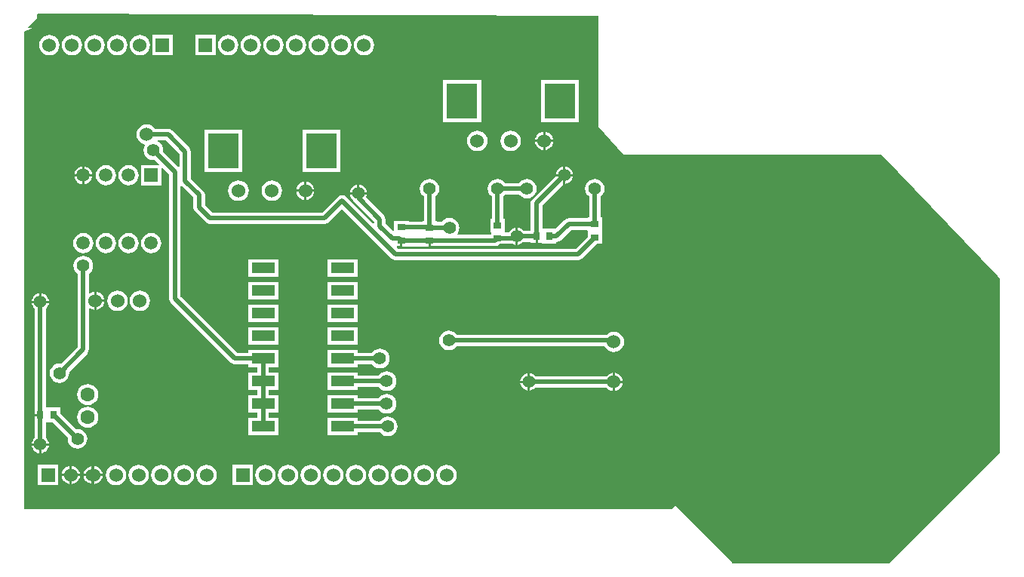
<source format=gtl>
G04 Layer_Physical_Order=1*
G04 Layer_Color=255*
%FSLAX25Y25*%
%MOIN*%
G70*
G01*
G75*
%ADD10R,0.10236X0.04724*%
%ADD11R,0.03543X0.02756*%
%ADD12R,0.03543X0.03150*%
%ADD13R,0.03150X0.03543*%
%ADD14R,0.02756X0.03543*%
%ADD15C,0.02000*%
%ADD16R,0.13780X0.15748*%
%ADD17C,0.06000*%
%ADD18R,0.05906X0.05906*%
%ADD19C,0.05906*%
%ADD20R,0.06000X0.06000*%
%ADD21C,0.05512*%
%ADD22C,0.06299*%
%ADD23C,0.06000*%
%ADD24C,0.05600*%
G36*
X472500Y394000D02*
X476500D01*
Y353000D01*
Y345000D01*
X487500Y332500D01*
X596000Y332500D01*
X601500D01*
X653000Y279000D01*
X654000Y278000D01*
Y202500D01*
Y201000D01*
X605000Y152000D01*
X535500D01*
Y152500D01*
X510500Y177500D01*
X509000Y176000D01*
X223000D01*
Y387000D01*
X226500Y388500D01*
X224653D01*
X224462Y388962D01*
X228500Y393000D01*
Y394646D01*
X228854Y394999D01*
X472500Y394000D01*
D02*
G37*
%LPC*%
G36*
X445280Y235893D02*
X444788Y235828D01*
X443863Y235445D01*
X443069Y234836D01*
X442460Y234042D01*
X442077Y233118D01*
X442013Y232626D01*
X445280D01*
Y235893D01*
D02*
G37*
G36*
Y231626D02*
X442013D01*
X442077Y231134D01*
X442460Y230210D01*
X443069Y229416D01*
X443863Y228807D01*
X444788Y228424D01*
X445280Y228359D01*
Y231626D01*
D02*
G37*
G36*
X487323D02*
X483854D01*
Y228157D01*
X484399Y228229D01*
X485372Y228632D01*
X486207Y229273D01*
X486848Y230109D01*
X487252Y231082D01*
X487323Y231626D01*
D02*
G37*
G36*
X383000Y236837D02*
X381877Y236689D01*
X380831Y236256D01*
X379933Y235567D01*
X379536Y235049D01*
X370138D01*
Y236362D01*
X356902D01*
Y228638D01*
X370138D01*
Y229951D01*
X379536D01*
X379933Y229433D01*
X380831Y228744D01*
X381877Y228311D01*
X383000Y228163D01*
X384122Y228311D01*
X385169Y228744D01*
X386067Y229433D01*
X386756Y230331D01*
X387189Y231378D01*
X387337Y232500D01*
X387189Y233623D01*
X386756Y234669D01*
X386067Y235567D01*
X385169Y236256D01*
X384122Y236689D01*
X383000Y236837D01*
D02*
G37*
G36*
X482854Y236095D02*
X482310Y236023D01*
X481337Y235620D01*
X480502Y234979D01*
X480268Y234675D01*
X448614D01*
X448490Y234836D01*
X447696Y235445D01*
X446772Y235828D01*
X446280Y235893D01*
Y232126D01*
Y228359D01*
X446772Y228424D01*
X447696Y228807D01*
X448490Y229416D01*
X448614Y229577D01*
X480268D01*
X480502Y229273D01*
X481337Y228632D01*
X482310Y228229D01*
X482854Y228157D01*
Y232126D01*
Y236095D01*
D02*
G37*
G36*
X483854D02*
Y232626D01*
X487323D01*
X487252Y233170D01*
X486848Y234143D01*
X486207Y234979D01*
X485372Y235620D01*
X484399Y236023D01*
X483854Y236095D01*
D02*
G37*
G36*
X251000Y221190D02*
X249786Y221030D01*
X248655Y220561D01*
X247684Y219816D01*
X246939Y218845D01*
X246470Y217714D01*
X246310Y216500D01*
X246470Y215286D01*
X246939Y214155D01*
X247684Y213184D01*
X248655Y212439D01*
X249786Y211970D01*
X251000Y211810D01*
X252214Y211970D01*
X253345Y212439D01*
X254316Y213184D01*
X255061Y214155D01*
X255530Y215286D01*
X255690Y216500D01*
X255530Y217714D01*
X255061Y218845D01*
X254316Y219816D01*
X253345Y220561D01*
X252214Y221030D01*
X251000Y221190D01*
D02*
G37*
G36*
X233814Y266953D02*
X226280D01*
X226345Y266461D01*
X226728Y265536D01*
X227337Y264743D01*
X227498Y264619D01*
Y218000D01*
X230047D01*
Y217000D01*
X227498D01*
Y207287D01*
X227337Y207163D01*
X226728Y206369D01*
X226345Y205445D01*
X226280Y204953D01*
X233814D01*
X233749Y205445D01*
X233366Y206369D01*
X232757Y207163D01*
X232596Y207287D01*
Y214177D01*
X233075Y214228D01*
X233096Y214228D01*
X235620D01*
X242201Y207647D01*
X242116Y207000D01*
X242264Y205877D01*
X242697Y204831D01*
X243386Y203933D01*
X244284Y203244D01*
X245330Y202811D01*
X246453Y202663D01*
X247575Y202811D01*
X248621Y203244D01*
X249520Y203933D01*
X250209Y204831D01*
X250642Y205877D01*
X250790Y207000D01*
X250642Y208122D01*
X250209Y209169D01*
X249520Y210067D01*
X248621Y210756D01*
X247575Y211189D01*
X246453Y211337D01*
X245806Y211252D01*
X238831Y218227D01*
Y220772D01*
X233096D01*
X233075Y220772D01*
X232596Y220823D01*
Y264619D01*
X232757Y264743D01*
X233366Y265536D01*
X233749Y266461D01*
X233814Y266953D01*
D02*
G37*
G36*
Y203953D02*
X230547D01*
Y200686D01*
X231039Y200751D01*
X231964Y201133D01*
X232757Y201743D01*
X233366Y202536D01*
X233749Y203461D01*
X233814Y203953D01*
D02*
G37*
G36*
X383000Y226837D02*
X381877Y226689D01*
X380831Y226256D01*
X379933Y225567D01*
X379536Y225049D01*
X370138D01*
Y226362D01*
X356902D01*
Y218638D01*
X370138D01*
Y219951D01*
X379536D01*
X379933Y219433D01*
X380831Y218744D01*
X381877Y218311D01*
X383000Y218163D01*
X384122Y218311D01*
X385169Y218744D01*
X386067Y219433D01*
X386756Y220331D01*
X387189Y221377D01*
X387337Y222500D01*
X387189Y223622D01*
X386756Y224669D01*
X386067Y225567D01*
X385169Y226256D01*
X384122Y226689D01*
X383000Y226837D01*
D02*
G37*
G36*
X251000Y231190D02*
X249786Y231030D01*
X248655Y230561D01*
X247684Y229816D01*
X246939Y228845D01*
X246470Y227714D01*
X246310Y226500D01*
X246470Y225286D01*
X246939Y224155D01*
X247684Y223184D01*
X248655Y222439D01*
X249786Y221970D01*
X251000Y221810D01*
X252214Y221970D01*
X253345Y222439D01*
X254316Y223184D01*
X255061Y224155D01*
X255530Y225286D01*
X255690Y226500D01*
X255530Y227714D01*
X255061Y228845D01*
X254316Y229816D01*
X253345Y230561D01*
X252214Y231030D01*
X251000Y231190D01*
D02*
G37*
G36*
X383500Y216837D02*
X382378Y216689D01*
X381331Y216256D01*
X380433Y215567D01*
X380036Y215049D01*
X370138D01*
Y216362D01*
X356902D01*
Y208638D01*
X370138D01*
Y209951D01*
X380036D01*
X380433Y209433D01*
X381331Y208744D01*
X382378Y208311D01*
X383500Y208163D01*
X384623Y208311D01*
X385669Y208744D01*
X386567Y209433D01*
X387256Y210331D01*
X387689Y211378D01*
X387837Y212500D01*
X387689Y213622D01*
X387256Y214669D01*
X386567Y215567D01*
X385669Y216256D01*
X384623Y216689D01*
X383500Y216837D01*
D02*
G37*
G36*
X380000Y246837D02*
X378877Y246689D01*
X377831Y246256D01*
X376933Y245567D01*
X376536Y245049D01*
X370138D01*
Y246362D01*
X356902D01*
Y238638D01*
X370138D01*
Y239951D01*
X376536D01*
X376933Y239433D01*
X377831Y238744D01*
X378877Y238311D01*
X380000Y238163D01*
X381122Y238311D01*
X382169Y238744D01*
X383067Y239433D01*
X383756Y240331D01*
X384189Y241377D01*
X384337Y242500D01*
X384189Y243622D01*
X383756Y244669D01*
X383067Y245567D01*
X382169Y246256D01*
X381122Y246689D01*
X380000Y246837D01*
D02*
G37*
G36*
X258284Y267500D02*
X254815D01*
Y264031D01*
X255359Y264103D01*
X256332Y264506D01*
X257168Y265147D01*
X257809Y265983D01*
X258212Y266956D01*
X258284Y267500D01*
D02*
G37*
G36*
X249000Y287837D02*
X247878Y287689D01*
X246831Y287256D01*
X245933Y286567D01*
X245244Y285669D01*
X244811Y284623D01*
X244663Y283500D01*
X244811Y282378D01*
X245244Y281331D01*
X245933Y280433D01*
X246451Y280036D01*
Y247556D01*
X239147Y240252D01*
X238500Y240337D01*
X237378Y240189D01*
X236331Y239756D01*
X235433Y239067D01*
X234744Y238169D01*
X234311Y237123D01*
X234163Y236000D01*
X234311Y234877D01*
X234744Y233831D01*
X235433Y232933D01*
X236331Y232244D01*
X237378Y231811D01*
X238500Y231663D01*
X239622Y231811D01*
X240669Y232244D01*
X241567Y232933D01*
X242256Y233831D01*
X242689Y234877D01*
X242837Y236000D01*
X242752Y236647D01*
X250802Y244698D01*
X251355Y245525D01*
X251549Y246500D01*
Y264515D01*
X251997Y264736D01*
X252298Y264506D01*
X253271Y264103D01*
X253815Y264031D01*
Y268000D01*
Y271969D01*
X253271Y271897D01*
X252298Y271494D01*
X251997Y271264D01*
X251549Y271485D01*
Y280036D01*
X252067Y280433D01*
X252756Y281331D01*
X253189Y282378D01*
X253337Y283500D01*
X253189Y284623D01*
X252756Y285669D01*
X252067Y286567D01*
X251169Y287256D01*
X250122Y287689D01*
X249000Y287837D01*
D02*
G37*
G36*
X274000Y272539D02*
X272825Y272384D01*
X271731Y271931D01*
X270791Y271209D01*
X270069Y270269D01*
X269616Y269175D01*
X269461Y268000D01*
X269616Y266825D01*
X270069Y265731D01*
X270791Y264791D01*
X271731Y264069D01*
X272825Y263616D01*
X274000Y263461D01*
X275175Y263616D01*
X276269Y264069D01*
X277209Y264791D01*
X277931Y265731D01*
X278384Y266825D01*
X278539Y268000D01*
X278384Y269175D01*
X277931Y270269D01*
X277209Y271209D01*
X276269Y271931D01*
X275175Y272384D01*
X274000Y272539D01*
D02*
G37*
G36*
X254815Y271969D02*
Y268500D01*
X258284D01*
X258212Y269044D01*
X257809Y270017D01*
X257168Y270853D01*
X256332Y271494D01*
X255359Y271897D01*
X254815Y271969D01*
D02*
G37*
G36*
X230547Y271220D02*
Y267953D01*
X233814D01*
X233749Y268445D01*
X233366Y269369D01*
X232757Y270163D01*
X231964Y270772D01*
X231039Y271155D01*
X230547Y271220D01*
D02*
G37*
G36*
X229547D02*
X229055Y271155D01*
X228131Y270772D01*
X227337Y270163D01*
X226728Y269369D01*
X226345Y268445D01*
X226280Y267953D01*
X229547D01*
Y271220D01*
D02*
G37*
G36*
X370138Y256362D02*
X356902D01*
Y248638D01*
X370138D01*
Y256362D01*
D02*
G37*
G36*
X335099D02*
X321862D01*
Y248638D01*
X335099D01*
Y256362D01*
D02*
G37*
G36*
X410500Y254837D02*
X409377Y254689D01*
X408331Y254256D01*
X407433Y253567D01*
X406744Y252669D01*
X406311Y251623D01*
X406163Y250500D01*
X406311Y249377D01*
X406744Y248331D01*
X407433Y247433D01*
X408331Y246744D01*
X409377Y246311D01*
X410500Y246163D01*
X411622Y246311D01*
X412669Y246744D01*
X413567Y247433D01*
X413964Y247951D01*
X479267D01*
X479424Y247573D01*
X480145Y246633D01*
X481085Y245912D01*
X482180Y245458D01*
X483354Y245304D01*
X484529Y245458D01*
X485624Y245912D01*
X486564Y246633D01*
X487285Y247573D01*
X487739Y248668D01*
X487893Y249843D01*
X487739Y251017D01*
X487285Y252112D01*
X486564Y253052D01*
X485624Y253773D01*
X484529Y254227D01*
X483354Y254381D01*
X482180Y254227D01*
X481085Y253773D01*
X480145Y253052D01*
X480143Y253049D01*
X413964D01*
X413567Y253567D01*
X412669Y254256D01*
X411622Y254689D01*
X410500Y254837D01*
D02*
G37*
G36*
X264157Y272539D02*
X262983Y272384D01*
X261888Y271931D01*
X260948Y271209D01*
X260227Y270269D01*
X259773Y269175D01*
X259619Y268000D01*
X259773Y266825D01*
X260227Y265731D01*
X260948Y264791D01*
X261888Y264069D01*
X262983Y263616D01*
X264157Y263461D01*
X265332Y263616D01*
X266427Y264069D01*
X267367Y264791D01*
X268088Y265731D01*
X268542Y266825D01*
X268696Y268000D01*
X268542Y269175D01*
X268088Y270269D01*
X267367Y271209D01*
X266427Y271931D01*
X265332Y272384D01*
X264157Y272539D01*
D02*
G37*
G36*
X370138Y266362D02*
X356902D01*
Y258638D01*
X370138D01*
Y266362D01*
D02*
G37*
G36*
X335099D02*
X321862D01*
Y258638D01*
X335099D01*
Y266362D01*
D02*
G37*
G36*
X359500Y195539D02*
X358325Y195384D01*
X357231Y194931D01*
X356291Y194209D01*
X355569Y193269D01*
X355116Y192175D01*
X354961Y191000D01*
X355116Y189825D01*
X355569Y188731D01*
X356291Y187791D01*
X357231Y187069D01*
X358325Y186616D01*
X359500Y186461D01*
X360675Y186616D01*
X361769Y187069D01*
X362709Y187791D01*
X363431Y188731D01*
X363884Y189825D01*
X364039Y191000D01*
X363884Y192175D01*
X363431Y193269D01*
X362709Y194209D01*
X361769Y194931D01*
X360675Y195384D01*
X359500Y195539D01*
D02*
G37*
G36*
X349500D02*
X348325Y195384D01*
X347231Y194931D01*
X346291Y194209D01*
X345569Y193269D01*
X345116Y192175D01*
X344961Y191000D01*
X345116Y189825D01*
X345569Y188731D01*
X346291Y187791D01*
X347231Y187069D01*
X348325Y186616D01*
X349500Y186461D01*
X350675Y186616D01*
X351769Y187069D01*
X352709Y187791D01*
X353431Y188731D01*
X353884Y189825D01*
X354039Y191000D01*
X353884Y192175D01*
X353431Y193269D01*
X352709Y194209D01*
X351769Y194931D01*
X350675Y195384D01*
X349500Y195539D01*
D02*
G37*
G36*
X339500D02*
X338325Y195384D01*
X337231Y194931D01*
X336291Y194209D01*
X335569Y193269D01*
X335116Y192175D01*
X334961Y191000D01*
X335116Y189825D01*
X335569Y188731D01*
X336291Y187791D01*
X337231Y187069D01*
X338325Y186616D01*
X339500Y186461D01*
X340675Y186616D01*
X341769Y187069D01*
X342709Y187791D01*
X343431Y188731D01*
X343884Y189825D01*
X344039Y191000D01*
X343884Y192175D01*
X343431Y193269D01*
X342709Y194209D01*
X341769Y194931D01*
X340675Y195384D01*
X339500Y195539D01*
D02*
G37*
G36*
X389500D02*
X388325Y195384D01*
X387231Y194931D01*
X386291Y194209D01*
X385569Y193269D01*
X385116Y192175D01*
X384961Y191000D01*
X385116Y189825D01*
X385569Y188731D01*
X386291Y187791D01*
X387231Y187069D01*
X388325Y186616D01*
X389500Y186461D01*
X390675Y186616D01*
X391769Y187069D01*
X392709Y187791D01*
X393431Y188731D01*
X393884Y189825D01*
X394039Y191000D01*
X393884Y192175D01*
X393431Y193269D01*
X392709Y194209D01*
X391769Y194931D01*
X390675Y195384D01*
X389500Y195539D01*
D02*
G37*
G36*
X379500D02*
X378325Y195384D01*
X377231Y194931D01*
X376291Y194209D01*
X375569Y193269D01*
X375116Y192175D01*
X374961Y191000D01*
X375116Y189825D01*
X375569Y188731D01*
X376291Y187791D01*
X377231Y187069D01*
X378325Y186616D01*
X379500Y186461D01*
X380675Y186616D01*
X381769Y187069D01*
X382709Y187791D01*
X383431Y188731D01*
X383884Y189825D01*
X384039Y191000D01*
X383884Y192175D01*
X383431Y193269D01*
X382709Y194209D01*
X381769Y194931D01*
X380675Y195384D01*
X379500Y195539D01*
D02*
G37*
G36*
X369500D02*
X368325Y195384D01*
X367231Y194931D01*
X366291Y194209D01*
X365569Y193269D01*
X365116Y192175D01*
X364961Y191000D01*
X365116Y189825D01*
X365569Y188731D01*
X366291Y187791D01*
X367231Y187069D01*
X368325Y186616D01*
X369500Y186461D01*
X370675Y186616D01*
X371769Y187069D01*
X372709Y187791D01*
X373431Y188731D01*
X373884Y189825D01*
X374039Y191000D01*
X373884Y192175D01*
X373431Y193269D01*
X372709Y194209D01*
X371769Y194931D01*
X370675Y195384D01*
X369500Y195539D01*
D02*
G37*
G36*
X283500D02*
X282325Y195384D01*
X281231Y194931D01*
X280291Y194209D01*
X279569Y193269D01*
X279116Y192175D01*
X278961Y191000D01*
X279116Y189825D01*
X279569Y188731D01*
X280291Y187791D01*
X281231Y187069D01*
X282325Y186616D01*
X283500Y186461D01*
X284675Y186616D01*
X285769Y187069D01*
X286709Y187791D01*
X287431Y188731D01*
X287884Y189825D01*
X288039Y191000D01*
X287884Y192175D01*
X287431Y193269D01*
X286709Y194209D01*
X285769Y194931D01*
X284675Y195384D01*
X283500Y195539D01*
D02*
G37*
G36*
X273500D02*
X272325Y195384D01*
X271231Y194931D01*
X270291Y194209D01*
X269569Y193269D01*
X269116Y192175D01*
X268961Y191000D01*
X269116Y189825D01*
X269569Y188731D01*
X270291Y187791D01*
X271231Y187069D01*
X272325Y186616D01*
X273500Y186461D01*
X274675Y186616D01*
X275769Y187069D01*
X276709Y187791D01*
X277431Y188731D01*
X277884Y189825D01*
X278039Y191000D01*
X277884Y192175D01*
X277431Y193269D01*
X276709Y194209D01*
X275769Y194931D01*
X274675Y195384D01*
X273500Y195539D01*
D02*
G37*
G36*
X263500D02*
X262325Y195384D01*
X261231Y194931D01*
X260291Y194209D01*
X259569Y193269D01*
X259116Y192175D01*
X258961Y191000D01*
X259116Y189825D01*
X259569Y188731D01*
X260291Y187791D01*
X261231Y187069D01*
X262325Y186616D01*
X263500Y186461D01*
X264675Y186616D01*
X265769Y187069D01*
X266709Y187791D01*
X267431Y188731D01*
X267884Y189825D01*
X268039Y191000D01*
X267884Y192175D01*
X267431Y193269D01*
X266709Y194209D01*
X265769Y194931D01*
X264675Y195384D01*
X263500Y195539D01*
D02*
G37*
G36*
X329500D02*
X328325Y195384D01*
X327231Y194931D01*
X326291Y194209D01*
X325569Y193269D01*
X325116Y192175D01*
X324961Y191000D01*
X325116Y189825D01*
X325569Y188731D01*
X326291Y187791D01*
X327231Y187069D01*
X328325Y186616D01*
X329500Y186461D01*
X330675Y186616D01*
X331769Y187069D01*
X332709Y187791D01*
X333431Y188731D01*
X333884Y189825D01*
X334039Y191000D01*
X333884Y192175D01*
X333431Y193269D01*
X332709Y194209D01*
X331769Y194931D01*
X330675Y195384D01*
X329500Y195539D01*
D02*
G37*
G36*
X303500D02*
X302325Y195384D01*
X301231Y194931D01*
X300291Y194209D01*
X299569Y193269D01*
X299116Y192175D01*
X298961Y191000D01*
X299116Y189825D01*
X299569Y188731D01*
X300291Y187791D01*
X301231Y187069D01*
X302325Y186616D01*
X303500Y186461D01*
X304675Y186616D01*
X305769Y187069D01*
X306709Y187791D01*
X307431Y188731D01*
X307884Y189825D01*
X308039Y191000D01*
X307884Y192175D01*
X307431Y193269D01*
X306709Y194209D01*
X305769Y194931D01*
X304675Y195384D01*
X303500Y195539D01*
D02*
G37*
G36*
X293500D02*
X292325Y195384D01*
X291231Y194931D01*
X290291Y194209D01*
X289569Y193269D01*
X289116Y192175D01*
X288961Y191000D01*
X289116Y189825D01*
X289569Y188731D01*
X290291Y187791D01*
X291231Y187069D01*
X292325Y186616D01*
X293500Y186461D01*
X294675Y186616D01*
X295769Y187069D01*
X296709Y187791D01*
X297431Y188731D01*
X297884Y189825D01*
X298039Y191000D01*
X297884Y192175D01*
X297431Y193269D01*
X296709Y194209D01*
X295769Y194931D01*
X294675Y195384D01*
X293500Y195539D01*
D02*
G37*
G36*
X399500D02*
X398325Y195384D01*
X397231Y194931D01*
X396291Y194209D01*
X395569Y193269D01*
X395116Y192175D01*
X394961Y191000D01*
X395116Y189825D01*
X395569Y188731D01*
X396291Y187791D01*
X397231Y187069D01*
X398325Y186616D01*
X399500Y186461D01*
X400675Y186616D01*
X401769Y187069D01*
X402709Y187791D01*
X403431Y188731D01*
X403884Y189825D01*
X404039Y191000D01*
X403884Y192175D01*
X403431Y193269D01*
X402709Y194209D01*
X401769Y194931D01*
X400675Y195384D01*
X399500Y195539D01*
D02*
G37*
G36*
X244000Y194969D02*
Y191500D01*
X247469D01*
X247397Y192044D01*
X246994Y193017D01*
X246353Y193853D01*
X245517Y194494D01*
X244544Y194897D01*
X244000Y194969D01*
D02*
G37*
G36*
X243000D02*
X242456Y194897D01*
X241483Y194494D01*
X240647Y193853D01*
X240006Y193017D01*
X239603Y192044D01*
X239531Y191500D01*
X243000D01*
Y194969D01*
D02*
G37*
G36*
X252500Y190500D02*
X249233D01*
X249298Y190008D01*
X249681Y189084D01*
X250290Y188290D01*
X251084Y187681D01*
X251456Y187526D01*
X251483Y187506D01*
X252456Y187103D01*
X252500Y187097D01*
Y190500D01*
D02*
G37*
G36*
X229547Y203953D02*
X226280D01*
X226345Y203461D01*
X226728Y202536D01*
X227337Y201743D01*
X228131Y201133D01*
X229055Y200751D01*
X229547Y200686D01*
Y203953D01*
D02*
G37*
G36*
X254000Y194969D02*
Y191500D01*
X257469D01*
X257397Y192044D01*
X256994Y193017D01*
X256353Y193853D01*
X255517Y194494D01*
X254544Y194897D01*
X254000Y194969D01*
D02*
G37*
G36*
X252500Y194903D02*
X252456Y194897D01*
X251483Y194494D01*
X251456Y194474D01*
X251084Y194319D01*
X250290Y193710D01*
X249681Y192916D01*
X249298Y191992D01*
X249233Y191500D01*
X252500D01*
Y194903D01*
D02*
G37*
G36*
X324000Y195500D02*
X315000D01*
Y186500D01*
X324000D01*
Y195500D01*
D02*
G37*
G36*
X238000D02*
X229000D01*
Y186500D01*
X238000D01*
Y195500D01*
D02*
G37*
G36*
X409500Y195539D02*
X408325Y195384D01*
X407231Y194931D01*
X406291Y194209D01*
X405569Y193269D01*
X405116Y192175D01*
X404961Y191000D01*
X405116Y189825D01*
X405569Y188731D01*
X406291Y187791D01*
X407231Y187069D01*
X408325Y186616D01*
X409500Y186461D01*
X410675Y186616D01*
X411769Y187069D01*
X412709Y187791D01*
X413431Y188731D01*
X413884Y189825D01*
X414039Y191000D01*
X413884Y192175D01*
X413431Y193269D01*
X412709Y194209D01*
X411769Y194931D01*
X410675Y195384D01*
X409500Y195539D01*
D02*
G37*
G36*
X257469Y190500D02*
X254000D01*
Y187031D01*
X254544Y187103D01*
X255517Y187506D01*
X256353Y188147D01*
X256994Y188983D01*
X257397Y189956D01*
X257469Y190500D01*
D02*
G37*
G36*
X247469D02*
X244000D01*
Y187031D01*
X244544Y187103D01*
X245517Y187506D01*
X246353Y188147D01*
X246994Y188983D01*
X247397Y189956D01*
X247469Y190500D01*
D02*
G37*
G36*
X243000D02*
X239531D01*
X239603Y189956D01*
X240006Y188983D01*
X240647Y188147D01*
X241483Y187506D01*
X242456Y187103D01*
X243000Y187031D01*
Y190500D01*
D02*
G37*
G36*
X453067Y342611D02*
Y339142D01*
X456536D01*
X456464Y339686D01*
X456061Y340659D01*
X455420Y341495D01*
X454584Y342136D01*
X453611Y342539D01*
X453067Y342611D01*
D02*
G37*
G36*
X452067D02*
X451523Y342539D01*
X450550Y342136D01*
X449714Y341495D01*
X449073Y340659D01*
X448670Y339686D01*
X448598Y339142D01*
X452067D01*
Y342611D01*
D02*
G37*
G36*
X456536Y338142D02*
X453067D01*
Y334673D01*
X453611Y334745D01*
X454584Y335148D01*
X455420Y335789D01*
X456061Y336625D01*
X456464Y337598D01*
X456536Y338142D01*
D02*
G37*
G36*
X234000Y385539D02*
X232825Y385384D01*
X231731Y384931D01*
X230791Y384209D01*
X230069Y383269D01*
X229616Y382175D01*
X229461Y381000D01*
X229616Y379825D01*
X230069Y378731D01*
X230791Y377791D01*
X231731Y377069D01*
X232825Y376616D01*
X234000Y376461D01*
X235175Y376616D01*
X236269Y377069D01*
X237209Y377791D01*
X237931Y378731D01*
X238384Y379825D01*
X238539Y381000D01*
X238384Y382175D01*
X237931Y383269D01*
X237209Y384209D01*
X236269Y384931D01*
X235175Y385384D01*
X234000Y385539D01*
D02*
G37*
G36*
X468043Y365732D02*
X451264D01*
Y346984D01*
X468043D01*
Y365732D01*
D02*
G37*
G36*
X424736D02*
X407957D01*
Y346984D01*
X424736D01*
Y365732D01*
D02*
G37*
G36*
X362543Y343732D02*
X345764D01*
Y324984D01*
X362543D01*
Y343732D01*
D02*
G37*
G36*
X319236D02*
X302457D01*
Y324984D01*
X319236D01*
Y343732D01*
D02*
G37*
G36*
X462000Y327267D02*
Y324000D01*
X465267D01*
X465202Y324492D01*
X464819Y325416D01*
X464210Y326210D01*
X463416Y326819D01*
X462492Y327202D01*
X462000Y327267D01*
D02*
G37*
G36*
X452067Y338142D02*
X448598D01*
X448670Y337598D01*
X449073Y336625D01*
X449714Y335789D01*
X450550Y335148D01*
X451523Y334745D01*
X452067Y334673D01*
Y338142D01*
D02*
G37*
G36*
X437803Y343181D02*
X436628Y343026D01*
X435534Y342572D01*
X434594Y341851D01*
X433873Y340911D01*
X433419Y339816D01*
X433264Y338642D01*
X433419Y337467D01*
X433873Y336372D01*
X434594Y335432D01*
X435534Y334711D01*
X436628Y334258D01*
X437803Y334103D01*
X438978Y334258D01*
X440073Y334711D01*
X441013Y335432D01*
X441734Y336372D01*
X442187Y337467D01*
X442342Y338642D01*
X442187Y339816D01*
X441734Y340911D01*
X441013Y341851D01*
X440073Y342572D01*
X438978Y343026D01*
X437803Y343181D01*
D02*
G37*
G36*
X423039D02*
X421865Y343026D01*
X420770Y342572D01*
X419830Y341851D01*
X419109Y340911D01*
X418655Y339816D01*
X418501Y338642D01*
X418655Y337467D01*
X419109Y336372D01*
X419830Y335432D01*
X420770Y334711D01*
X421865Y334258D01*
X423039Y334103D01*
X424214Y334258D01*
X425309Y334711D01*
X426249Y335432D01*
X426970Y336372D01*
X427424Y337467D01*
X427578Y338642D01*
X427424Y339816D01*
X426970Y340911D01*
X426249Y341851D01*
X425309Y342572D01*
X424214Y343026D01*
X423039Y343181D01*
D02*
G37*
G36*
X244000Y385539D02*
X242825Y385384D01*
X241731Y384931D01*
X240791Y384209D01*
X240069Y383269D01*
X239616Y382175D01*
X239461Y381000D01*
X239616Y379825D01*
X240069Y378731D01*
X240791Y377791D01*
X241731Y377069D01*
X242825Y376616D01*
X244000Y376461D01*
X245175Y376616D01*
X246269Y377069D01*
X247209Y377791D01*
X247931Y378731D01*
X248384Y379825D01*
X248539Y381000D01*
X248384Y382175D01*
X247931Y383269D01*
X247209Y384209D01*
X246269Y384931D01*
X245175Y385384D01*
X244000Y385539D01*
D02*
G37*
G36*
X363000D02*
X361825Y385384D01*
X360731Y384931D01*
X359791Y384209D01*
X359069Y383269D01*
X358616Y382175D01*
X358461Y381000D01*
X358616Y379825D01*
X359069Y378731D01*
X359791Y377791D01*
X360731Y377069D01*
X361825Y376616D01*
X363000Y376461D01*
X364175Y376616D01*
X365269Y377069D01*
X366209Y377791D01*
X366931Y378731D01*
X367384Y379825D01*
X367539Y381000D01*
X367384Y382175D01*
X366931Y383269D01*
X366209Y384209D01*
X365269Y384931D01*
X364175Y385384D01*
X363000Y385539D01*
D02*
G37*
G36*
X353000D02*
X351825Y385384D01*
X350731Y384931D01*
X349791Y384209D01*
X349069Y383269D01*
X348616Y382175D01*
X348461Y381000D01*
X348616Y379825D01*
X349069Y378731D01*
X349791Y377791D01*
X350731Y377069D01*
X351825Y376616D01*
X353000Y376461D01*
X354175Y376616D01*
X355269Y377069D01*
X356209Y377791D01*
X356931Y378731D01*
X357384Y379825D01*
X357539Y381000D01*
X357384Y382175D01*
X356931Y383269D01*
X356209Y384209D01*
X355269Y384931D01*
X354175Y385384D01*
X353000Y385539D01*
D02*
G37*
G36*
X343000D02*
X341825Y385384D01*
X340731Y384931D01*
X339791Y384209D01*
X339069Y383269D01*
X338616Y382175D01*
X338461Y381000D01*
X338616Y379825D01*
X339069Y378731D01*
X339791Y377791D01*
X340731Y377069D01*
X341825Y376616D01*
X343000Y376461D01*
X344175Y376616D01*
X345269Y377069D01*
X346209Y377791D01*
X346931Y378731D01*
X347384Y379825D01*
X347539Y381000D01*
X347384Y382175D01*
X346931Y383269D01*
X346209Y384209D01*
X345269Y384931D01*
X344175Y385384D01*
X343000Y385539D01*
D02*
G37*
G36*
X307500Y385500D02*
X298500D01*
Y376500D01*
X307500D01*
Y385500D01*
D02*
G37*
G36*
X288500D02*
X279500D01*
Y376500D01*
X288500D01*
Y385500D01*
D02*
G37*
G36*
X373000Y385539D02*
X371825Y385384D01*
X370731Y384931D01*
X369791Y384209D01*
X369069Y383269D01*
X368616Y382175D01*
X368461Y381000D01*
X368616Y379825D01*
X369069Y378731D01*
X369791Y377791D01*
X370731Y377069D01*
X371825Y376616D01*
X373000Y376461D01*
X374175Y376616D01*
X375269Y377069D01*
X376209Y377791D01*
X376931Y378731D01*
X377384Y379825D01*
X377539Y381000D01*
X377384Y382175D01*
X376931Y383269D01*
X376209Y384209D01*
X375269Y384931D01*
X374175Y385384D01*
X373000Y385539D01*
D02*
G37*
G36*
X274000D02*
X272825Y385384D01*
X271731Y384931D01*
X270791Y384209D01*
X270069Y383269D01*
X269616Y382175D01*
X269461Y381000D01*
X269616Y379825D01*
X270069Y378731D01*
X270791Y377791D01*
X271731Y377069D01*
X272825Y376616D01*
X274000Y376461D01*
X275175Y376616D01*
X276269Y377069D01*
X277209Y377791D01*
X277931Y378731D01*
X278384Y379825D01*
X278539Y381000D01*
X278384Y382175D01*
X277931Y383269D01*
X277209Y384209D01*
X276269Y384931D01*
X275175Y385384D01*
X274000Y385539D01*
D02*
G37*
G36*
X264000D02*
X262825Y385384D01*
X261731Y384931D01*
X260791Y384209D01*
X260069Y383269D01*
X259616Y382175D01*
X259461Y381000D01*
X259616Y379825D01*
X260069Y378731D01*
X260791Y377791D01*
X261731Y377069D01*
X262825Y376616D01*
X264000Y376461D01*
X265175Y376616D01*
X266269Y377069D01*
X267209Y377791D01*
X267931Y378731D01*
X268384Y379825D01*
X268539Y381000D01*
X268384Y382175D01*
X267931Y383269D01*
X267209Y384209D01*
X266269Y384931D01*
X265175Y385384D01*
X264000Y385539D01*
D02*
G37*
G36*
X254000D02*
X252825Y385384D01*
X251731Y384931D01*
X250791Y384209D01*
X250069Y383269D01*
X249616Y382175D01*
X249461Y381000D01*
X249616Y379825D01*
X250069Y378731D01*
X250791Y377791D01*
X251731Y377069D01*
X252825Y376616D01*
X254000Y376461D01*
X255175Y376616D01*
X256269Y377069D01*
X257209Y377791D01*
X257931Y378731D01*
X258384Y379825D01*
X258539Y381000D01*
X258384Y382175D01*
X257931Y383269D01*
X257209Y384209D01*
X256269Y384931D01*
X255175Y385384D01*
X254000Y385539D01*
D02*
G37*
G36*
X333000D02*
X331825Y385384D01*
X330731Y384931D01*
X329791Y384209D01*
X329069Y383269D01*
X328616Y382175D01*
X328461Y381000D01*
X328616Y379825D01*
X329069Y378731D01*
X329791Y377791D01*
X330731Y377069D01*
X331825Y376616D01*
X333000Y376461D01*
X334175Y376616D01*
X335269Y377069D01*
X336209Y377791D01*
X336931Y378731D01*
X337384Y379825D01*
X337539Y381000D01*
X337384Y382175D01*
X336931Y383269D01*
X336209Y384209D01*
X335269Y384931D01*
X334175Y385384D01*
X333000Y385539D01*
D02*
G37*
G36*
X323000D02*
X321825Y385384D01*
X320731Y384931D01*
X319791Y384209D01*
X319069Y383269D01*
X318616Y382175D01*
X318461Y381000D01*
X318616Y379825D01*
X319069Y378731D01*
X319791Y377791D01*
X320731Y377069D01*
X321825Y376616D01*
X323000Y376461D01*
X324175Y376616D01*
X325269Y377069D01*
X326209Y377791D01*
X326931Y378731D01*
X327384Y379825D01*
X327539Y381000D01*
X327384Y382175D01*
X326931Y383269D01*
X326209Y384209D01*
X325269Y384931D01*
X324175Y385384D01*
X323000Y385539D01*
D02*
G37*
G36*
X313000D02*
X311825Y385384D01*
X310731Y384931D01*
X309791Y384209D01*
X309069Y383269D01*
X308616Y382175D01*
X308461Y381000D01*
X308616Y379825D01*
X309069Y378731D01*
X309791Y377791D01*
X310731Y377069D01*
X311825Y376616D01*
X313000Y376461D01*
X314175Y376616D01*
X315269Y377069D01*
X316209Y377791D01*
X316931Y378731D01*
X317384Y379825D01*
X317539Y381000D01*
X317384Y382175D01*
X316931Y383269D01*
X316209Y384209D01*
X315269Y384931D01*
X314175Y385384D01*
X313000Y385539D01*
D02*
G37*
G36*
X317539Y321181D02*
X316365Y321026D01*
X315270Y320572D01*
X314330Y319851D01*
X313609Y318911D01*
X313155Y317816D01*
X313001Y316642D01*
X313155Y315467D01*
X313609Y314372D01*
X314330Y313432D01*
X315270Y312711D01*
X316365Y312258D01*
X317539Y312103D01*
X318714Y312258D01*
X319809Y312711D01*
X320749Y313432D01*
X321470Y314372D01*
X321924Y315467D01*
X322078Y316642D01*
X321924Y317816D01*
X321470Y318911D01*
X320749Y319851D01*
X319809Y320572D01*
X318714Y321026D01*
X317539Y321181D01*
D02*
G37*
G36*
X279000Y297991D02*
X277838Y297838D01*
X276754Y297390D01*
X275824Y296676D01*
X275111Y295746D01*
X274662Y294662D01*
X274509Y293500D01*
X274662Y292338D01*
X275111Y291254D01*
X275824Y290324D01*
X276754Y289611D01*
X277838Y289162D01*
X279000Y289009D01*
X280162Y289162D01*
X281246Y289611D01*
X282176Y290324D01*
X282890Y291254D01*
X283338Y292338D01*
X283491Y293500D01*
X283338Y294662D01*
X282890Y295746D01*
X282176Y296676D01*
X281246Y297390D01*
X280162Y297838D01*
X279000Y297991D01*
D02*
G37*
G36*
X269000D02*
X267838Y297838D01*
X266754Y297390D01*
X265824Y296676D01*
X265110Y295746D01*
X264662Y294662D01*
X264509Y293500D01*
X264662Y292338D01*
X265110Y291254D01*
X265824Y290324D01*
X266754Y289611D01*
X267838Y289162D01*
X269000Y289009D01*
X270162Y289162D01*
X271246Y289611D01*
X272176Y290324D01*
X272889Y291254D01*
X273338Y292338D01*
X273491Y293500D01*
X273338Y294662D01*
X272889Y295746D01*
X272176Y296676D01*
X271246Y297390D01*
X270162Y297838D01*
X269000Y297991D01*
D02*
G37*
G36*
X351036Y316142D02*
X347567D01*
Y312673D01*
X348111Y312745D01*
X349084Y313148D01*
X349920Y313789D01*
X350561Y314625D01*
X350964Y315598D01*
X351036Y316142D01*
D02*
G37*
G36*
X346567D02*
X343098D01*
X343170Y315598D01*
X343573Y314625D01*
X344214Y313789D01*
X345050Y313148D01*
X346023Y312745D01*
X346567Y312673D01*
Y316142D01*
D02*
G37*
G36*
X332303Y321181D02*
X331129Y321026D01*
X330034Y320572D01*
X329094Y319851D01*
X328373Y318911D01*
X327919Y317816D01*
X327764Y316642D01*
X327919Y315467D01*
X328373Y314372D01*
X329094Y313432D01*
X330034Y312711D01*
X331129Y312258D01*
X332303Y312103D01*
X333478Y312258D01*
X334573Y312711D01*
X335513Y313432D01*
X336234Y314372D01*
X336687Y315467D01*
X336842Y316642D01*
X336687Y317816D01*
X336234Y318911D01*
X335513Y319851D01*
X334573Y320572D01*
X333478Y321026D01*
X332303Y321181D01*
D02*
G37*
G36*
X259000Y297991D02*
X257838Y297838D01*
X256754Y297390D01*
X255824Y296676D01*
X255111Y295746D01*
X254662Y294662D01*
X254509Y293500D01*
X254662Y292338D01*
X255111Y291254D01*
X255824Y290324D01*
X256754Y289611D01*
X257838Y289162D01*
X259000Y289009D01*
X260162Y289162D01*
X261246Y289611D01*
X262176Y290324D01*
X262890Y291254D01*
X263338Y292338D01*
X263491Y293500D01*
X263338Y294662D01*
X262890Y295746D01*
X262176Y296676D01*
X261246Y297390D01*
X260162Y297838D01*
X259000Y297991D01*
D02*
G37*
G36*
X335099Y286362D02*
X321862D01*
Y278638D01*
X335099D01*
Y286362D01*
D02*
G37*
G36*
X370138Y276362D02*
X356902D01*
Y268638D01*
X370138D01*
Y276362D01*
D02*
G37*
G36*
X335099D02*
X321862D01*
Y268638D01*
X335099D01*
Y276362D01*
D02*
G37*
G36*
X249000Y297991D02*
X247838Y297838D01*
X246754Y297390D01*
X245824Y296676D01*
X245111Y295746D01*
X244662Y294662D01*
X244509Y293500D01*
X244662Y292338D01*
X245111Y291254D01*
X245824Y290324D01*
X246754Y289611D01*
X247838Y289162D01*
X249000Y289009D01*
X250162Y289162D01*
X251246Y289611D01*
X252176Y290324D01*
X252889Y291254D01*
X253338Y292338D01*
X253491Y293500D01*
X253338Y294662D01*
X252889Y295746D01*
X252176Y296676D01*
X251246Y297390D01*
X250162Y297838D01*
X249000Y297991D01*
D02*
G37*
G36*
X277000Y346039D02*
X275825Y345884D01*
X274731Y345431D01*
X273791Y344709D01*
X273069Y343769D01*
X272616Y342675D01*
X272461Y341500D01*
X272616Y340325D01*
X273069Y339231D01*
X273791Y338291D01*
X274731Y337569D01*
X275825Y337116D01*
X276013Y337091D01*
X276200Y336562D01*
X275811Y335623D01*
X275663Y334500D01*
X275811Y333378D01*
X276244Y332331D01*
X276933Y331433D01*
X277831Y330744D01*
X278877Y330311D01*
X280000Y330163D01*
X280647Y330248D01*
X282481Y328415D01*
X282289Y327953D01*
X274547D01*
Y319047D01*
X283453D01*
Y326789D01*
X283915Y326980D01*
X286951Y323944D01*
Y269000D01*
X287145Y268024D01*
X287698Y267198D01*
X314198Y240698D01*
X315024Y240145D01*
X316000Y239951D01*
X321862D01*
Y238638D01*
X325931D01*
Y236362D01*
X321862D01*
Y228638D01*
X325931D01*
Y226362D01*
X321862D01*
Y218638D01*
X325931D01*
Y216362D01*
X321862D01*
Y208638D01*
X335099D01*
Y216362D01*
X331029D01*
Y218638D01*
X335099D01*
Y226362D01*
X331029D01*
Y228638D01*
X335099D01*
Y236362D01*
X331029D01*
Y238638D01*
X335099D01*
Y246362D01*
X321862D01*
Y245049D01*
X317056D01*
X292049Y270056D01*
Y318639D01*
X292549Y318846D01*
X297673Y313722D01*
Y309278D01*
X297867Y308302D01*
X298420Y307475D01*
X303198Y302698D01*
X304025Y302145D01*
X305000Y301951D01*
X355716D01*
X356692Y302145D01*
X357519Y302698D01*
X363358Y308537D01*
X385198Y286698D01*
X386024Y286145D01*
X387000Y285951D01*
X467453D01*
X468428Y286145D01*
X469255Y286698D01*
X475727Y293169D01*
X478272D01*
Y298925D01*
X478272D01*
Y299075D01*
X478272D01*
Y304831D01*
X477549D01*
Y314091D01*
X478035Y314465D01*
X478718Y315354D01*
X479146Y316389D01*
X479293Y317500D01*
X479146Y318611D01*
X478718Y319646D01*
X478035Y320535D01*
X477146Y321217D01*
X476111Y321646D01*
X475000Y321793D01*
X473889Y321646D01*
X472854Y321217D01*
X471965Y320535D01*
X471282Y319646D01*
X470854Y318611D01*
X470707Y317500D01*
X470854Y316389D01*
X471282Y315354D01*
X471965Y314465D01*
X472451Y314091D01*
Y304831D01*
X471728D01*
Y304502D01*
X463453D01*
X462477Y304308D01*
X461650Y303755D01*
X457667Y299772D01*
X451793D01*
Y310188D01*
X461000Y319395D01*
Y323000D01*
X457395D01*
X447442Y313047D01*
X446889Y312220D01*
X446695Y311244D01*
Y299272D01*
X446669D01*
Y299049D01*
X443287D01*
X443163Y299210D01*
X442369Y299819D01*
X441445Y300202D01*
X440953Y300267D01*
Y296500D01*
Y292733D01*
X441445Y292798D01*
X442369Y293181D01*
X443163Y293790D01*
X443287Y293951D01*
X446669D01*
Y293728D01*
X448744D01*
Y296500D01*
X449744D01*
Y293728D01*
X451681D01*
Y293228D01*
X457831D01*
Y293951D01*
X458000D01*
X458976Y294145D01*
X459802Y294698D01*
X464509Y299404D01*
X471677D01*
X471728Y298925D01*
X471728Y298925D01*
X471728Y298925D01*
Y296380D01*
X466397Y291049D01*
X388056D01*
X387398Y291707D01*
X387589Y292169D01*
X388640D01*
X389000Y292098D01*
Y294547D01*
X390000D01*
Y291998D01*
X401500D01*
Y294744D01*
X402500D01*
Y292137D01*
X402664Y292169D01*
X404772D01*
Y292195D01*
X431000D01*
X431976Y292389D01*
X432802Y292942D01*
X433030Y293169D01*
X434772D01*
Y293195D01*
X438518D01*
X438536Y293181D01*
X439461Y292798D01*
X439953Y292733D01*
Y296500D01*
Y300267D01*
X439461Y300202D01*
X438536Y299819D01*
X437743Y299210D01*
X437134Y298416D01*
X437082Y298293D01*
X435272D01*
Y304331D01*
X434549D01*
Y314091D01*
X435035Y314465D01*
X435408Y314951D01*
X441592D01*
X441965Y314465D01*
X442854Y313783D01*
X443889Y313354D01*
X445000Y313207D01*
X446111Y313354D01*
X447146Y313783D01*
X448035Y314465D01*
X448717Y315354D01*
X449146Y316389D01*
X449293Y317500D01*
X449146Y318611D01*
X448717Y319646D01*
X448035Y320535D01*
X447146Y321217D01*
X446111Y321646D01*
X445000Y321793D01*
X443889Y321646D01*
X442854Y321217D01*
X441965Y320535D01*
X441592Y320049D01*
X435408D01*
X435035Y320535D01*
X434146Y321217D01*
X433111Y321646D01*
X432000Y321793D01*
X430889Y321646D01*
X429854Y321217D01*
X428965Y320535D01*
X428282Y319646D01*
X427854Y318611D01*
X427707Y317500D01*
X427854Y316389D01*
X428282Y315354D01*
X428965Y314465D01*
X429451Y314091D01*
Y304331D01*
X428728D01*
Y298181D01*
X429228D01*
Y297293D01*
X414456D01*
X414235Y297742D01*
X414500Y298087D01*
X414933Y299133D01*
X415081Y300256D01*
X414933Y301378D01*
X414500Y302425D01*
X413811Y303323D01*
X412913Y304012D01*
X411867Y304445D01*
X410744Y304593D01*
X409621Y304445D01*
X408575Y304012D01*
X407677Y303323D01*
X407280Y302805D01*
X405272D01*
Y303331D01*
X404549D01*
Y314091D01*
X405035Y314465D01*
X405718Y315354D01*
X406146Y316389D01*
X406293Y317500D01*
X406146Y318611D01*
X405718Y319646D01*
X405035Y320535D01*
X404146Y321217D01*
X403111Y321646D01*
X402000Y321793D01*
X400889Y321646D01*
X399854Y321217D01*
X398965Y320535D01*
X398283Y319646D01*
X397854Y318611D01*
X397707Y317500D01*
X397854Y316389D01*
X398283Y315354D01*
X398965Y314465D01*
X399451Y314091D01*
Y303331D01*
X398728D01*
Y303002D01*
X392772D01*
Y303331D01*
X386228D01*
Y299030D01*
X385766Y298838D01*
X382549Y302056D01*
Y304047D01*
X382355Y305023D01*
X381802Y305850D01*
X373892Y313760D01*
X374202Y314508D01*
X374267Y315000D01*
X366733D01*
X366798Y314508D01*
X367181Y313584D01*
X367790Y312790D01*
X368220Y312460D01*
X368698Y311745D01*
X377451Y302991D01*
Y302307D01*
X376989Y302116D01*
X365161Y313944D01*
X364334Y314497D01*
X363358Y314691D01*
X362383Y314497D01*
X361556Y313944D01*
X354661Y307049D01*
X306056D01*
X302771Y310334D01*
Y314778D01*
X302577Y315753D01*
X302025Y316580D01*
X296549Y322056D01*
Y334000D01*
X296355Y334976D01*
X295802Y335802D01*
X288302Y343302D01*
X287475Y343855D01*
X286500Y344049D01*
X280716D01*
X280209Y344709D01*
X279269Y345431D01*
X278175Y345884D01*
X277000Y346039D01*
D02*
G37*
G36*
X370138Y286362D02*
X356902D01*
Y278638D01*
X370138D01*
Y286362D01*
D02*
G37*
G36*
X465267Y323000D02*
X462000D01*
Y319733D01*
X462492Y319798D01*
X463416Y320181D01*
X464210Y320790D01*
X464819Y321584D01*
X465202Y322508D01*
X465267Y323000D01*
D02*
G37*
G36*
X252921D02*
X249500D01*
Y319579D01*
X250032Y319649D01*
X250993Y320047D01*
X251819Y320681D01*
X252453Y321507D01*
X252851Y322468D01*
X252921Y323000D01*
D02*
G37*
G36*
X248500D02*
X245079D01*
X245149Y322468D01*
X245547Y321507D01*
X246181Y320681D01*
X247007Y320047D01*
X247968Y319649D01*
X248500Y319579D01*
Y323000D01*
D02*
G37*
G36*
X461000Y327267D02*
X460508Y327202D01*
X459584Y326819D01*
X458790Y326210D01*
X458181Y325416D01*
X457798Y324492D01*
X457733Y324000D01*
X461000D01*
Y327267D01*
D02*
G37*
G36*
X249500Y327421D02*
Y324000D01*
X252921D01*
X252851Y324532D01*
X252453Y325493D01*
X251819Y326319D01*
X250993Y326953D01*
X250032Y327351D01*
X249500Y327421D01*
D02*
G37*
G36*
X248500D02*
X247968Y327351D01*
X247007Y326953D01*
X246181Y326319D01*
X245547Y325493D01*
X245149Y324532D01*
X245079Y324000D01*
X248500D01*
Y327421D01*
D02*
G37*
G36*
X370000Y319267D02*
X369508Y319202D01*
X368584Y318819D01*
X367790Y318210D01*
X367181Y317416D01*
X366798Y316492D01*
X366733Y316000D01*
X370000D01*
Y319267D01*
D02*
G37*
G36*
X346567Y320610D02*
X346023Y320539D01*
X345050Y320136D01*
X344214Y319495D01*
X343573Y318659D01*
X343170Y317686D01*
X343098Y317142D01*
X346567D01*
Y320610D01*
D02*
G37*
G36*
X371000Y319267D02*
Y316000D01*
X374267D01*
X374202Y316492D01*
X373819Y317416D01*
X373210Y318210D01*
X372416Y318819D01*
X371492Y319202D01*
X371000Y319267D01*
D02*
G37*
G36*
X269000Y327991D02*
X267838Y327838D01*
X266754Y327390D01*
X265824Y326676D01*
X265110Y325746D01*
X264662Y324662D01*
X264509Y323500D01*
X264662Y322338D01*
X265110Y321254D01*
X265824Y320324D01*
X266754Y319611D01*
X267838Y319162D01*
X269000Y319009D01*
X270162Y319162D01*
X271246Y319611D01*
X272176Y320324D01*
X272889Y321254D01*
X273338Y322338D01*
X273491Y323500D01*
X273338Y324662D01*
X272889Y325746D01*
X272176Y326676D01*
X271246Y327390D01*
X270162Y327838D01*
X269000Y327991D01*
D02*
G37*
G36*
X259000D02*
X257838Y327838D01*
X256754Y327390D01*
X255824Y326676D01*
X255111Y325746D01*
X254662Y324662D01*
X254509Y323500D01*
X254662Y322338D01*
X255111Y321254D01*
X255824Y320324D01*
X256754Y319611D01*
X257838Y319162D01*
X259000Y319009D01*
X260162Y319162D01*
X261246Y319611D01*
X262176Y320324D01*
X262890Y321254D01*
X263338Y322338D01*
X263491Y323500D01*
X263338Y324662D01*
X262890Y325746D01*
X262176Y326676D01*
X261246Y327390D01*
X260162Y327838D01*
X259000Y327991D01*
D02*
G37*
G36*
X347567Y320610D02*
Y317142D01*
X351036D01*
X350964Y317686D01*
X350561Y318659D01*
X349920Y319495D01*
X349084Y320136D01*
X348111Y320539D01*
X347567Y320610D01*
D02*
G37*
%LPD*%
G36*
X291451Y332944D02*
Y327361D01*
X290951Y327154D01*
X284252Y333853D01*
X284337Y334500D01*
X284189Y335623D01*
X283756Y336669D01*
X283067Y337567D01*
X282169Y338256D01*
X281698Y338451D01*
X281797Y338951D01*
X285444D01*
X291451Y332944D01*
D02*
G37*
D10*
X328480Y212500D02*
D03*
Y222500D02*
D03*
Y232500D02*
D03*
Y242500D02*
D03*
Y252500D02*
D03*
Y262500D02*
D03*
Y272500D02*
D03*
Y282500D02*
D03*
X363520D02*
D03*
Y272500D02*
D03*
Y262500D02*
D03*
Y252500D02*
D03*
Y242500D02*
D03*
Y232500D02*
D03*
Y222500D02*
D03*
Y212500D02*
D03*
D11*
X475000Y301953D02*
D03*
Y296047D02*
D03*
X389500Y294547D02*
D03*
Y300453D02*
D03*
D12*
X402000Y294744D02*
D03*
Y300256D02*
D03*
X432000Y295744D02*
D03*
Y301256D02*
D03*
D13*
X449244Y296500D02*
D03*
X454756D02*
D03*
D14*
X230047Y217500D02*
D03*
X235953D02*
D03*
D15*
X467453Y288500D02*
X475000Y296047D01*
X387000Y288500D02*
X467453D01*
X363358Y312142D02*
X387000Y288500D01*
X253000Y191000D02*
X253500D01*
X230047Y204453D02*
Y217500D01*
X235953D02*
X246453Y207000D01*
X230047Y217500D02*
Y267453D01*
X328480Y212500D02*
Y222500D01*
Y232500D01*
Y242500D01*
X363520Y212500D02*
X383500D01*
X363520Y222500D02*
X383000D01*
X363520Y232500D02*
X383000D01*
X280000Y334500D02*
X289500Y325000D01*
Y269000D02*
Y325000D01*
X389500Y294547D02*
X401803D01*
X402000Y294744D01*
X431000D01*
X432000Y295744D01*
Y301256D02*
Y317500D01*
X402000Y300256D02*
Y317500D01*
X389500Y300453D02*
X401803D01*
X402000Y300256D01*
X432000Y317500D02*
X444000D01*
X444500Y317000D01*
X449244Y296500D02*
Y311244D01*
X461500Y323500D01*
X475000Y301953D02*
Y317500D01*
X454756Y296500D02*
X458000D01*
X463453Y301953D01*
X475000D01*
X370500Y313547D02*
Y315500D01*
X363520Y242500D02*
X380000D01*
X402000Y300256D02*
X410744D01*
X410500Y250500D02*
X482697D01*
X483354Y249843D01*
X440453Y296500D02*
X449244D01*
X445780Y232126D02*
X483354D01*
X432000Y295744D02*
X440453D01*
X249000Y246500D02*
Y283500D01*
X238500Y236000D02*
X249000Y246500D01*
X277000Y341500D02*
X286500D01*
X388547Y295500D02*
X389500Y294547D01*
X370500Y313547D02*
X380000Y304047D01*
X385500Y295500D02*
X388547D01*
X380000Y301000D02*
Y304047D01*
Y301000D02*
X385500Y295500D01*
X289500Y269000D02*
X316000Y242500D01*
X328480D01*
X294000Y321000D02*
X300222Y314778D01*
X294000Y321000D02*
Y334000D01*
X286500Y341500D02*
X294000Y334000D01*
X300222Y309278D02*
Y314778D01*
Y309278D02*
X305000Y304500D01*
X355716D01*
X363358Y312142D01*
D16*
X310846Y334358D02*
D03*
X354154D02*
D03*
X416346Y356358D02*
D03*
X459654D02*
D03*
D17*
X332303Y316642D02*
D03*
X347067D02*
D03*
X317539D02*
D03*
X274000Y268000D02*
D03*
X264157D02*
D03*
X254315D02*
D03*
X323000Y381000D02*
D03*
X313000D02*
D03*
X373000D02*
D03*
X363000D02*
D03*
X353000D02*
D03*
X343000D02*
D03*
X333000D02*
D03*
X234000D02*
D03*
X244000D02*
D03*
X254000D02*
D03*
X264000D02*
D03*
X274000D02*
D03*
X437803Y338642D02*
D03*
X452567D02*
D03*
X423039D02*
D03*
X253500Y191000D02*
D03*
X243500D02*
D03*
X303500D02*
D03*
X293500D02*
D03*
X283500D02*
D03*
X273500D02*
D03*
X263500D02*
D03*
X409500D02*
D03*
X399500D02*
D03*
X389500D02*
D03*
X379500D02*
D03*
X369500D02*
D03*
X359500D02*
D03*
X349500D02*
D03*
X339500D02*
D03*
X329500D02*
D03*
X483354Y232126D02*
D03*
Y249843D02*
D03*
D18*
X279000Y323500D02*
D03*
D19*
X269000D02*
D03*
X259000D02*
D03*
X249000D02*
D03*
X279000Y293500D02*
D03*
X269000D02*
D03*
X259000D02*
D03*
X249000D02*
D03*
D20*
X303000Y381000D02*
D03*
X284000D02*
D03*
X233500Y191000D02*
D03*
X319500D02*
D03*
D21*
X402000Y317500D02*
D03*
X432000D02*
D03*
X445000D02*
D03*
X475000D02*
D03*
D22*
X251000Y216500D02*
D03*
Y226500D02*
D03*
D23*
X277000Y341500D02*
D03*
D24*
X253000Y191000D02*
D03*
X230047Y204453D02*
D03*
X246453Y207000D02*
D03*
X230047Y267453D02*
D03*
X383500Y212500D02*
D03*
X383000Y222500D02*
D03*
Y232500D02*
D03*
X280000Y334500D02*
D03*
X461500Y323500D02*
D03*
X370500Y315500D02*
D03*
X380000Y242500D02*
D03*
X410744Y300256D02*
D03*
X410500Y250500D02*
D03*
X440453Y296500D02*
D03*
X445780Y232126D02*
D03*
X249000Y283500D02*
D03*
X238500Y236000D02*
D03*
M02*

</source>
